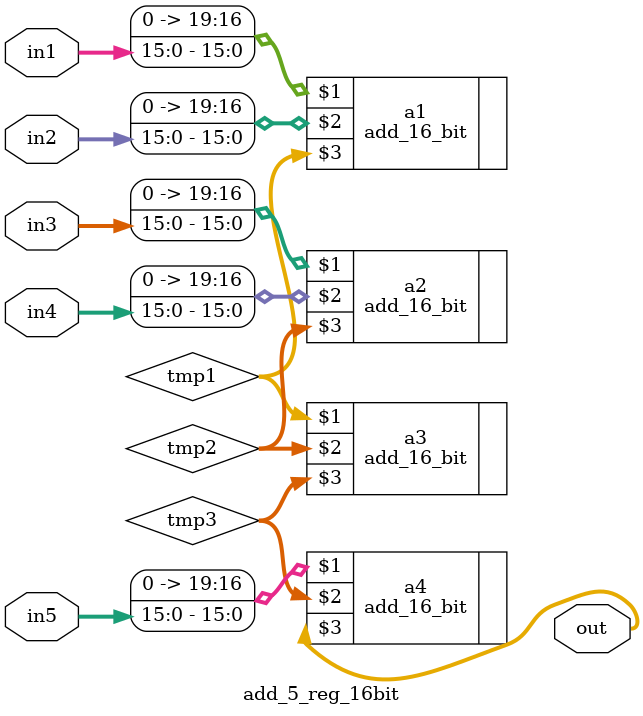
<source format=v>
module add_5_reg_16bit(
  input [15:0] in1, in2, in3, in4, in5,
  output [19:0] out
  );
  wire [19:0] tmp1, tmp2, tmp3, tmp4;
  //assign out = in1 + in2 + in3 + in4 + in5;
  
  add_16_bit a1({4'b0, in1}, {4'b0, in2}, tmp1);
  add_16_bit a2({4'b0, in3}, {4'b0, in4}, tmp2);
  add_16_bit a3(tmp1, tmp2, tmp3);
  add_16_bit a4({4'b0, in5}, tmp3, out);
  
endmodule

</source>
